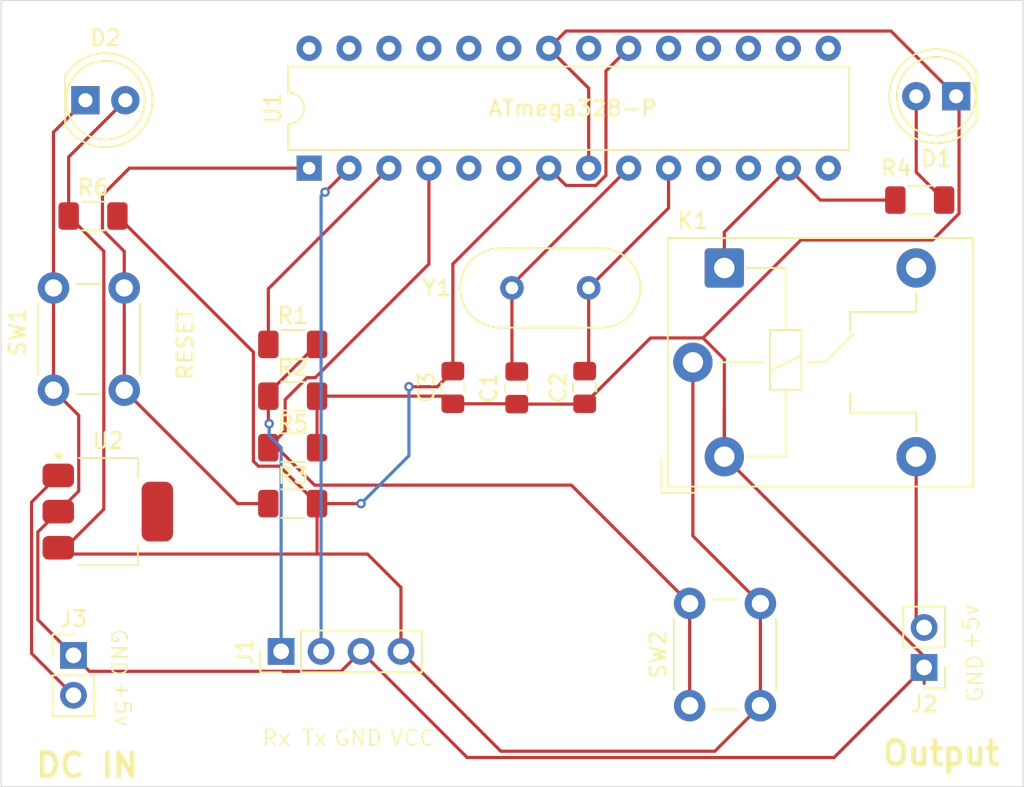
<source format=kicad_pcb>
(kicad_pcb (version 20240108) (generator "pcbnew") (generator_version "8.0")
  (layers (0 "F.Cu" signal) (31 "B.Cu" signal) (34 "B.Paste" user) (35 "F.Paste" user) (36 "B.SilkS" user "B.Silkscreen") (37 "F.SilkS" user "F.Silkscreen") (38 "B.Mask" user) (39 "F.Mask" user) (44 "Edge.Cuts" user))
  (net 0 "")
  (net 1 "Net-(U1-XTAL1{slash}PB6)")
  (net 2 "GND")
  (net 3 "Net-(U1-XTAL2{slash}PB7)")
  (net 4 "Net-(D2-A)")
  (net 5 "Net-(D1-A)")
  (net 6 "Net-(J1-Pin_1)")
  (net 7 "Net-(J1-Pin_2)")
  (net 8 "Net-(J2-Pin_2)")
  (net 9 "Net-(J3-Pin_2)")
  (net 11 "Net-(U1-PD7)")
  (net 12 "Net-(U1-PD1)")
  (net 13 "Net-(U1-~{RESET}{slash}PC6)")
  (net 14 "Net-(U1-PD2)")
  (net 32 "Net-(J1-Pin_4)")
  (footprint "Relay_THT:Relay_SPDT_Hongfa_JQC-3FF_0XX-1Z" (layer "F.Cu") (at 110.228 91.44)
    (property "Reference" "K1" (at -2 -3 0) (layer "F.SilkS"))
    (property "Value" "JQC-3FF-005-1Z")
    (fp_line (start -4 12.1) (end -4 14.3) (stroke (width 0.12)) (layer "F.SilkS"))
    (fp_line (start -4 14.3) (end -1.8 14.3) (stroke (width 0.12)) (layer "F.SilkS"))
    (fp_line (start -3.6 -1.9) (end -3.6 13.9) (stroke (width 0.12)) (layer "F.SilkS"))
    (fp_line (start -3.6 13.9) (end 15.8 13.9) (stroke (width 0.12)) (layer "F.SilkS"))
    (fp_line (start -0.4 6) (end 2.4 6) (stroke (width 0.12)) (layer "F.SilkS"))
    (fp_line (start 2.9 3.95) (end 2.9 7.75) (stroke (width 0.12)) (layer "F.SilkS"))
    (fp_line (start 2.9 7.75) (end 4.9 7.75) (stroke (width 0.12)) (layer "F.SilkS"))
    (fp_line (start 3.9 0) (end 1.4 0) (stroke (width 0.12)) (layer "F.SilkS"))
    (fp_line (start 3.9 3.95) (end 3.9 0) (stroke (width 0.12)) (layer "F.SilkS"))
    (fp_line (start 3.9 7.75) (end 3.9 12) (stroke (width 0.12)) (layer "F.SilkS"))
    (fp_line (start 3.9 12) (end 1.4 12) (stroke (width 0.12)) (layer "F.SilkS"))
    (fp_line (start 4.9 3.95) (end 2.9 3.95) (stroke (width 0.12)) (layer "F.SilkS"))
    (fp_line (start 4.9 5.55) (end 2.9 6.55) (stroke (width 0.12)) (layer "F.SilkS"))
    (fp_line (start 4.9 7.75) (end 4.9 3.95) (stroke (width 0.12)) (layer "F.SilkS"))
    (fp_line (start 6.4 6) (end 5.3 6) (stroke (width 0.12)) (layer "F.SilkS"))
    (fp_line (start 6.4 6) (end 8.2 4.2) (stroke (width 0.12)) (layer "F.SilkS"))
    (fp_line (start 8 2.8) (end 8 4) (stroke (width 0.12)) (layer "F.SilkS"))
    (fp_line (start 8 2.8) (end 12.2 2.8) (stroke (width 0.12)) (layer "F.SilkS"))
    (fp_line (start 8 9.2) (end 8 8) (stroke (width 0.12)) (layer "F.SilkS"))
    (fp_line (start 12.2 1.6) (end 12.2 2.8) (stroke (width 0.12)) (layer "F.SilkS"))
    (fp_line (start 12.2 9.2) (end 8 9.2) (stroke (width 0.12)) (layer "F.SilkS"))
    (fp_line (start 12.2 10.4) (end 12.2 9.2) (stroke (width 0.12)) (layer "F.SilkS"))
    (fp_line (start 15.8 -1.9) (end -3.6 -1.9) (stroke (width 0.12)) (layer "F.SilkS"))
    (fp_line (start 15.8 13.9) (end 15.8 -1.9) (stroke (width 0.12)) (layer "F.SilkS"))
    (pad "11" thru_hole circle (at -2 6) (size 2.5 2.5) (drill 1.3) (layers "*.Cu" "*.Mask") (net 32 "Net-(J1-Pin_4)"))
    (pad "12" thru_hole circle (at 12.2 0) (size 2.5 2.5) (drill 1.3) (layers "*.Cu" "*.Mask"))
    (pad "14" thru_hole circle (at 12.2 12) (size 2.5 2.5) (drill 1.3) (layers "*.Cu" "*.Mask") (net 8 "Net-(J2-Pin_2)"))
    (pad "A1" thru_hole roundrect (at 0 0) (size 2.5 2.5) (drill 1.3) (layers "*.Cu" "*.Mask") (roundrect_rratio 0.1) (net 11 "Net-(U1-PD7)"))
    (pad "A2" thru_hole circle (at 0 12) (size 2.5 2.5) (drill 1.3) (layers "*.Cu" "*.Mask") (net 2 "GND"))
  )
  (footprint "Package_TO_SOT_SMD:SOT-223" (layer "F.Cu") (at 71.018 106.934)
    (property "Reference" "U2" (at 0 -4.5 0) (layer "F.SilkS"))
    (property "Value" "LM7805_TO220")
    (fp_line (start -1.85 -3.41) (end 1.91 -3.41) (stroke (width 0.12)) (layer "F.SilkS"))
    (fp_line (start -1.85 3.41) (end 1.91 3.41) (stroke (width 0.12)) (layer "F.SilkS"))
    (fp_line (start 1.91 -3.41) (end 1.91 -2.15) (stroke (width 0.12)) (layer "F.SilkS"))
    (fp_line (start 1.91 3.41) (end 1.91 2.15) (stroke (width 0.12)) (layer "F.SilkS"))
    (fp_poly (pts (xy -3.13 -3.31) (xy -3.37 -3.64) (xy -2.89 -3.64) (xy -3.13 -3.31)) (stroke (width 0.12)) (fill solid) (layer "F.SilkS"))
    (pad "1" smd roundrect (at -3.15 -2.3) (size 2 1.5) (layers "F.Cu" "F.Paste" "F.Mask") (net 9 "Net-(J3-Pin_2)"))
    (pad "2" smd roundrect (at -3.15 0) (size 2 1.5) (layers "F.Cu" "F.Paste" "F.Mask") (net 2 "GND"))
    (pad "3" smd roundrect (at -3.15 2.3) (size 2 1.5) (layers "F.Cu" "F.Paste" "F.Mask") (net 32 "Net-(J1-Pin_4)"))
    (pad "4" smd roundrect (at 3.15 0) (size 2 3.8) (layers "F.Cu" "F.Paste" "F.Mask"))
  )
  (footprint "Capacitor_SMD:C_0805_2012Metric_Pad1.18x1.45mm_HandSolder" (layer "F.Cu") (at 92.964 99.0385 90)
    (property "Reference" "C3" (at 0 -1.68 90) (layer "F.SilkS"))
    (property "Value" "100n")
    (fp_line (start -0.261252 -0.735) (end 0.261252 -0.735) (stroke (width 0.12)) (layer "F.SilkS"))
    (fp_line (start -0.261252 0.735) (end 0.261252 0.735) (stroke (width 0.12)) (layer "F.SilkS"))
    (pad "1" smd roundrect (at -1.0375 0 90) (size 1.175 1.45) (layers "F.Cu" "F.Paste" "F.Mask") (roundrect_rratio 0.212766) (net 2 "GND"))
    (pad "2" smd roundrect (at 1.0375 0 90) (size 1.175 1.45) (layers "F.Cu" "F.Paste" "F.Mask") (roundrect_rratio 0.212766) (net 32 "Net-(J1-Pin_4)"))
  )
  (footprint "Connector_PinHeader_2.54mm:PinHeader_1x02_P2.54mm_Vertical" (layer "F.Cu") (at 122.936 116.845 180)
    (property "Reference" "J2" (at 0 -2.33 0) (layer "F.SilkS"))
    (property "Value" "Conn_01x02")
    (fp_line (start 1.33 1.27) (end 1.33 3.87) (stroke (width 0.12)) (layer "F.SilkS"))
    (fp_line (start -1.33 3.87) (end 1.33 3.87) (stroke (width 0.12)) (layer "F.SilkS"))
    (fp_line (start -1.33 1.27) (end 1.33 1.27) (stroke (width 0.12)) (layer "F.SilkS"))
    (fp_line (start -1.33 1.27) (end -1.33 3.87) (stroke (width 0.12)) (layer "F.SilkS"))
    (fp_line (start -1.33 0) (end -1.33 -1.33) (stroke (width 0.12)) (layer "F.SilkS"))
    (fp_line (start -1.33 -1.33) (end 0 -1.33) (stroke (width 0.12)) (layer "F.SilkS"))
    (pad "1" thru_hole rect (at 0 0 180) (size 1.7 1.7) (drill 1) (layers "*.Cu" "*.Mask") (net 2 "GND"))
    (pad "2" thru_hole oval (at 0 2.54 180) (size 1.7 1.7) (drill 1) (layers "*.Cu" "*.Mask") (net 8 "Net-(J2-Pin_2)"))
  )
  (footprint "Resistor_SMD:R_1206_3216Metric_Pad1.30x1.75mm_HandSolder" (layer "F.Cu") (at 70.078 88.138)
    (property "Reference" "R6" (at 0 -1.82 0) (layer "F.SilkS"))
    (property "Value" "330R")
    (fp_line (start -0.727064 -0.91) (end 0.727064 -0.91) (stroke (width 0.12)) (layer "F.SilkS"))
    (fp_line (start -0.727064 0.91) (end 0.727064 0.91) (stroke (width 0.12)) (layer "F.SilkS"))
    (pad "1" smd roundrect (at -1.55 0) (size 1.3 1.75) (layers "F.Cu" "F.Paste" "F.Mask") (roundrect_rratio 0.192308) (net 4 "Net-(D2-A)"))
    (pad "2" smd roundrect (at 1.55 0) (size 1.3 1.75) (layers "F.Cu" "F.Paste" "F.Mask") (roundrect_rratio 0.192308) (net 32 "Net-(J1-Pin_4)"))
  )
  (footprint "LED_THT:LED_D5.0mm" (layer "F.Cu") (at 69.596 80.772)
    (property "Reference" "D2" (at 1.27 -3.96 0) (layer "F.SilkS"))
    (property "Value" "LED")
    (fp_line (start -1.29 -1.545) (end -1.29 1.545) (stroke (width 0.12)) (layer "F.SilkS"))
    (fp_arc (start -1.29 -1.54483) (mid 2.071756 -2.880501) (end 4.26 -0.000048) (stroke (width 0.12)) (layer "F.SilkS"))
    (fp_arc (start 4.26 0.000048) (mid 2.071756 2.880501) (end -1.29 1.54483) (stroke (width 0.12)) (layer "F.SilkS"))
    (fp_circle (center 1.27 0) (end 3.77 0) (stroke (width 0.12)) (fill none) (layer "F.SilkS"))
    (pad "1" thru_hole rect (at 0 0) (size 1.8 1.8) (drill 0.9) (layers "*.Cu" "*.Mask") (net 2 "GND"))
    (pad "2" thru_hole circle (at 2.54 0) (size 1.8 1.8) (drill 0.9) (layers "*.Cu" "*.Mask") (net 4 "Net-(D2-A)"))
  )
  (footprint "Capacitor_SMD:C_0805_2012Metric_Pad1.18x1.45mm_HandSolder" (layer "F.Cu") (at 101.346 99.0385 90)
    (property "Reference" "C2" (at 0 -1.68 90) (layer "F.SilkS"))
    (property "Value" "22p")
    (fp_line (start -0.261252 -0.735) (end 0.261252 -0.735) (stroke (width 0.12)) (layer "F.SilkS"))
    (fp_line (start -0.261252 0.735) (end 0.261252 0.735) (stroke (width 0.12)) (layer "F.SilkS"))
    (pad "1" smd roundrect (at -1.0375 0 90) (size 1.175 1.45) (layers "F.Cu" "F.Paste" "F.Mask") (roundrect_rratio 0.212766) (net 2 "GND"))
    (pad "2" smd roundrect (at 1.0375 0 90) (size 1.175 1.45) (layers "F.Cu" "F.Paste" "F.Mask") (roundrect_rratio 0.212766) (net 3 "Net-(U1-XTAL2{slash}PB7)"))
  )
  (footprint "Connector_PinHeader_2.54mm:PinHeader_1x04_P2.54mm_Vertical" (layer "F.Cu") (at 82.042 115.824 90)
    (property "Reference" "J1" (at 0 -2.33 90) (layer "F.SilkS"))
    (property "Value" "Conn_01x04")
    (fp_line (start -1.33 -1.33) (end 0 -1.33) (stroke (width 0.12)) (layer "F.SilkS"))
    (fp_line (start -1.33 0) (end -1.33 -1.33) (stroke (width 0.12)) (layer "F.SilkS"))
    (fp_line (start 1.33 1.27) (end 1.33 8.95) (stroke (width 0.12)) (layer "F.SilkS"))
    (fp_line (start -1.33 1.27) (end 1.33 1.27) (stroke (width 0.12)) (layer "F.SilkS"))
    (fp_line (start -1.33 1.27) (end -1.33 8.95) (stroke (width 0.12)) (layer "F.SilkS"))
    (fp_line (start -1.33 8.95) (end 1.33 8.95) (stroke (width 0.12)) (layer "F.SilkS"))
    (pad "1" thru_hole rect (at 0 0 90) (size 1.7 1.7) (drill 1) (layers "*.Cu" "*.Mask") (net 6 "Net-(J1-Pin_1)"))
    (pad "2" thru_hole oval (at 0 2.54 90) (size 1.7 1.7) (drill 1) (layers "*.Cu" "*.Mask") (net 7 "Net-(J1-Pin_2)"))
    (pad "3" thru_hole oval (at 0 5.08 90) (size 1.7 1.7) (drill 1) (layers "*.Cu" "*.Mask") (net 2 "GND"))
    (pad "4" thru_hole oval (at 0 7.62 90) (size 1.7 1.7) (drill 1) (layers "*.Cu" "*.Mask") (net 32 "Net-(J1-Pin_4)"))
  )
  (footprint "Resistor_SMD:R_1206_3216Metric_Pad1.30x1.75mm_HandSolder" (layer "F.Cu") (at 82.778 99.592)
    (property "Reference" "R2" (at 0 -1.82 0) (layer "F.SilkS"))
    (property "Value" "2K")
    (fp_line (start -0.727064 -0.91) (end 0.727064 -0.91) (stroke (width 0.12)) (layer "F.SilkS"))
    (fp_line (start -0.727064 0.91) (end 0.727064 0.91) (stroke (width 0.12)) (layer "F.SilkS"))
    (pad "1" smd roundrect (at -1.55 0) (size 1.3 1.75) (layers "F.Cu" "F.Paste" "F.Mask") (roundrect_rratio 0.192308) (net 6 "Net-(J1-Pin_1)"))
    (pad "2" smd roundrect (at 1.55 0) (size 1.3 1.75) (layers "F.Cu" "F.Paste" "F.Mask") (roundrect_rratio 0.192308) (net 2 "GND"))
  )
  (footprint "Resistor_SMD:R_1206_3216Metric_Pad1.30x1.75mm_HandSolder" (layer "F.Cu") (at 82.778 106.426)
    (property "Reference" "R3" (at 0.026 -1.778 0) (layer "F.SilkS"))
    (property "Value" "10K")
    (fp_line (start -0.727064 -0.91) (end 0.727064 -0.91) (stroke (width 0.12)) (layer "F.SilkS"))
    (fp_line (start -0.727064 0.91) (end 0.727064 0.91) (stroke (width 0.12)) (layer "F.SilkS"))
    (pad "1" smd roundrect (at -1.55 0) (size 1.3 1.75) (layers "F.Cu" "F.Paste" "F.Mask") (roundrect_rratio 0.192308) (net 13 "Net-(U1-~{RESET}{slash}PC6)"))
    (pad "2" smd roundrect (at 1.55 0) (size 1.3 1.75) (layers "F.Cu" "F.Paste" "F.Mask") (roundrect_rratio 0.192308) (net 32 "Net-(J1-Pin_4)"))
  )
  (footprint "Resistor_SMD:R_1206_3216Metric_Pad1.30x1.75mm_HandSolder" (layer "F.Cu") (at 82.778 102.87 180)
    (property "Reference" "R5" (at -0.026 1.524 0) (layer "F.SilkS"))
    (property "Value" "10K")
    (fp_line (start -0.727064 0.91) (end 0.727064 0.91) (stroke (width 0.12)) (layer "F.SilkS"))
    (fp_line (start -0.727064 -0.91) (end 0.727064 -0.91) (stroke (width 0.12)) (layer "F.SilkS"))
    (pad "1" smd roundrect (at -1.55 0 180) (size 1.3 1.75) (layers "F.Cu" "F.Paste" "F.Mask") (roundrect_rratio 0.192308) (net 2 "GND"))
    (pad "2" smd roundrect (at 1.55 0 180) (size 1.3 1.75) (layers "F.Cu" "F.Paste" "F.Mask") (roundrect_rratio 0.192308) (net 14 "Net-(U1-PD2)"))
  )
  (footprint "Capacitor_SMD:C_0805_2012Metric_Pad1.18x1.45mm_HandSolder" (layer "F.Cu") (at 97.028 99.06 -90)
    (property "Reference" "C1" (at 0 1.778 90) (layer "F.SilkS"))
    (property "Value" "22p")
    (fp_line (start -0.261252 0.735) (end 0.261252 0.735) (stroke (width 0.12)) (layer "F.SilkS"))
    (fp_line (start -0.261252 -0.735) (end 0.261252 -0.735) (stroke (width 0.12)) (layer "F.SilkS"))
    (pad "1" smd roundrect (at -1.0375 0 270) (size 1.175 1.45) (layers "F.Cu" "F.Paste" "F.Mask") (roundrect_rratio 0.212766) (net 1 "Net-(U1-XTAL1{slash}PB6)"))
    (pad "2" smd roundrect (at 1.0375 0 270) (size 1.175 1.45) (layers "F.Cu" "F.Paste" "F.Mask") (roundrect_rratio 0.212766) (net 2 "GND"))
  )
  (footprint "LED_THT:LED_D5.0mm" (layer "F.Cu") (at 124.973 80.518 180)
    (property "Reference" "D1" (at 1.27 -3.96 0) (layer "F.SilkS"))
    (property "Value" "LED")
    (fp_line (start -1.29 -1.545) (end -1.29 1.545) (stroke (width 0.12)) (layer "F.SilkS"))
    (fp_arc (start 4.26 0.000048) (mid 2.071756 2.880501) (end -1.29 1.54483) (stroke (width 0.12)) (layer "F.SilkS"))
    (fp_arc (start -1.29 -1.54483) (mid 2.071756 -2.880501) (end 4.26 -0.000048) (stroke (width 0.12)) (layer "F.SilkS"))
    (fp_circle (center 1.27 0) (end 3.77 0) (stroke (width 0.12)) (fill none) (layer "F.SilkS"))
    (pad "1" thru_hole rect (at 0 0 180) (size 1.8 1.8) (drill 0.9) (layers "*.Cu" "*.Mask") (net 2 "GND"))
    (pad "2" thru_hole circle (at 2.54 0 180) (size 1.8 1.8) (drill 0.9) (layers "*.Cu" "*.Mask") (net 5 "Net-(D1-A)"))
  )
  (footprint "Resistor_SMD:R_1206_3216Metric_Pad1.30x1.75mm_HandSolder" (layer "F.Cu") (at 82.778 96.302)
    (property "Reference" "R1" (at 0 -1.82 0) (layer "F.SilkS"))
    (property "Value" "1K")
    (fp_line (start -0.727064 -0.91) (end 0.727064 -0.91) (stroke (width 0.12)) (layer "F.SilkS"))
    (fp_line (start -0.727064 0.91) (end 0.727064 0.91) (stroke (width 0.12)) (layer "F.SilkS"))
    (pad "1" smd roundrect (at -1.55 0) (size 1.3 1.75) (layers "F.Cu" "F.Paste" "F.Mask") (roundrect_rratio 0.192308) (net 12 "Net-(U1-PD1)"))
    (pad "2" smd roundrect (at 1.55 0) (size 1.3 1.75) (layers "F.Cu" "F.Paste" "F.Mask") (roundrect_rratio 0.192308) (net 6 "Net-(J1-Pin_1)"))
  )
  (footprint "Resistor_SMD:R_1206_3216Metric_Pad1.30x1.75mm_HandSolder" (layer "F.Cu") (at 122.656 87.122)
    (property "Reference" "R4" (at -1.498 -2.032 0) (layer "F.SilkS"))
    (property "Value" "330R")
    (fp_line (start -0.727064 -0.91) (end 0.727064 -0.91) (stroke (width 0.12)) (layer "F.SilkS"))
    (fp_line (start -0.727064 0.91) (end 0.727064 0.91) (stroke (width 0.12)) (layer "F.SilkS"))
    (pad "1" smd roundrect (at -1.55 0) (size 1.3 1.75) (layers "F.Cu" "F.Paste" "F.Mask") (roundrect_rratio 0.192308) (net 11 "Net-(U1-PD7)"))
    (pad "2" smd roundrect (at 1.55 0) (size 1.3 1.75) (layers "F.Cu" "F.Paste" "F.Mask") (roundrect_rratio 0.192308) (net 5 "Net-(D1-A)"))
  )
  (footprint "Button_Switch_THT:SW_PUSH_6mm" (layer "F.Cu") (at 72.064 92.71 -90)
    (property "Reference" "SW1" (at 2.794 6.786 90) (layer "F.SilkS"))
    (property "Value" "SW_Push")
    (fp_line (start 1 5.5) (end 5.5 5.5) (stroke (width 0.12)) (layer "F.SilkS"))
    (fp_line (start 6.75 3) (end 6.75 1.5) (stroke (width 0.12)) (layer "F.SilkS"))
    (fp_line (start -0.25 1.5) (end -0.25 3) (stroke (width 0.12)) (layer "F.SilkS"))
    (fp_line (start 5.5 -1) (end 1 -1) (stroke (width 0.12)) (layer "F.SilkS"))
    (pad "1" thru_hole circle (at 0 0) (size 2 2) (drill 1.1) (layers "*.Cu" "*.Mask") (net 13 "Net-(U1-~{RESET}{slash}PC6)"))
    (pad "1" thru_hole circle (at 6.5 0) (size 2 2) (drill 1.1) (layers "*.Cu" "*.Mask") (net 13 "Net-(U1-~{RESET}{slash}PC6)"))
    (pad "2" thru_hole circle (at 0 4.5) (size 2 2) (drill 1.1) (layers "*.Cu" "*.Mask") (net 2 "GND"))
    (pad "2" thru_hole circle (at 6.5 4.5) (size 2 2) (drill 1.1) (layers "*.Cu" "*.Mask") (net 2 "GND"))
  )
  (footprint "Crystal:Crystal_HC49-4H_Vertical" (layer "F.Cu") (at 101.6 92.71 180)
    (property "Reference" "Y1" (at 9.652 0 0) (layer "F.SilkS"))
    (property "Value" "16MHz Crystal")
    (fp_line (start -0.76 2.525) (end 5.64 2.525) (stroke (width 0.12)) (layer "F.SilkS"))
    (fp_line (start -0.76 -2.525) (end 5.64 -2.525) (stroke (width 0.12)) (layer "F.SilkS"))
    (fp_arc (start 5.64 -2.525) (mid 8.165 0) (end 5.64 2.525) (stroke (width 0.12)) (layer "F.SilkS"))
    (fp_arc (start -0.76 2.525) (mid -3.285 0) (end -0.76 -2.525) (stroke (width 0.12)) (layer "F.SilkS"))
    (pad "1" thru_hole circle (at 0 0 180) (size 1.5 1.5) (drill 0.8) (layers "*.Cu" "*.Mask") (net 3 "Net-(U1-XTAL2{slash}PB7)"))
    (pad "2" thru_hole circle (at 4.88 0 180) (size 1.5 1.5) (drill 0.8) (layers "*.Cu" "*.Mask") (net 1 "Net-(U1-XTAL1{slash}PB6)"))
  )
  (footprint "Button_Switch_THT:SW_PUSH_6mm" (layer "F.Cu") (at 108.022 119.276 90)
    (property "Reference" "SW2" (at 3.25 -2 90) (layer "F.SilkS"))
    (property "Value" "SW_Push")
    (fp_line (start 5.5 -1) (end 1 -1) (stroke (width 0.12)) (layer "F.SilkS"))
    (fp_line (start -0.25 1.5) (end -0.25 3) (stroke (width 0.12)) (layer "F.SilkS"))
    (fp_line (start 6.75 3) (end 6.75 1.5) (stroke (width 0.12)) (layer "F.SilkS"))
    (fp_line (start 1 5.5) (end 5.5 5.5) (stroke (width 0.12)) (layer "F.SilkS"))
    (pad "1" thru_hole circle (at 0 0 180) (size 2 2) (drill 1.1) (layers "*.Cu" "*.Mask") (net 14 "Net-(U1-PD2)"))
    (pad "1" thru_hole circle (at 6.5 0 180) (size 2 2) (drill 1.1) (layers "*.Cu" "*.Mask") (net 14 "Net-(U1-PD2)"))
    (pad "2" thru_hole circle (at 0 4.5 180) (size 2 2) (drill 1.1) (layers "*.Cu" "*.Mask") (net 32 "Net-(J1-Pin_4)"))
    (pad "2" thru_hole circle (at 6.5 4.5 180) (size 2 2) (drill 1.1) (layers "*.Cu" "*.Mask") (net 32 "Net-(J1-Pin_4)"))
  )
  (footprint "Connector_PinHeader_2.54mm:PinHeader_1x02_P2.54mm_Vertical" (layer "F.Cu") (at 68.834 116.078)
    (property "Reference" "J3" (at 0 -2.33 0) (layer "F.SilkS"))
    (property "Value" "Conn_01x02")
    (fp_line (start -1.33 -1.33) (end 0 -1.33) (stroke (width 0.12)) (layer "F.SilkS"))
    (fp_line (start -1.33 0) (end -1.33 -1.33) (stroke (width 0.12)) (layer "F.SilkS"))
    (fp_line (start -1.33 1.27) (end -1.33 3.87) (stroke (width 0.12)) (layer "F.SilkS"))
    (fp_line (start -1.33 1.27) (end 1.33 1.27) (stroke (width 0.12)) (layer "F.SilkS"))
    (fp_line (start -1.33 3.87) (end 1.33 3.87) (stroke (width 0.12)) (layer "F.SilkS"))
    (fp_line (start 1.33 1.27) (end 1.33 3.87) (stroke (width 0.12)) (layer "F.SilkS"))
    (pad "1" thru_hole rect (at 0 0) (size 1.7 1.7) (drill 1) (layers "*.Cu" "*.Mask") (net 2 "GND"))
    (pad "2" thru_hole oval (at 0 2.54) (size 1.7 1.7) (drill 1) (layers "*.Cu" "*.Mask") (net 9 "Net-(J3-Pin_2)"))
  )
  (footprint "Package_DIP:DIP-28_W7.62mm" (layer "F.Cu") (at 83.82 85.09 90)
    (property "Reference" "U1" (at 3.81 -2.33 90) (layer "F.SilkS"))
    (property "Value" "ATmega328-P")
    (fp_line (start 6.46 -1.33) (end 4.81 -1.33) (stroke (width 0.12)) (layer "F.SilkS"))
    (fp_line (start 2.81 -1.33) (end 1.16 -1.33) (stroke (width 0.12)) (layer "F.SilkS"))
    (fp_line (start 1.16 -1.33) (end 1.16 34.35) (stroke (width 0.12)) (layer "F.SilkS"))
    (fp_line (start 6.46 34.35) (end 6.46 -1.33) (stroke (width 0.12)) (layer "F.SilkS"))
    (fp_line (start 1.16 34.35) (end 6.46 34.35) (stroke (width 0.12)) (layer "F.SilkS"))
    (fp_arc (start 4.81 -1.33) (mid 3.81 -0.33) (end 2.81 -1.33) (stroke (width 0.12)) (layer "F.SilkS"))
    (pad "1" thru_hole rect (at 0 0 90) (size 1.6 1.6) (drill 0.8) (layers "*.Cu" "*.Mask") (net 13 "Net-(U1-~{RESET}{slash}PC6)"))
    (pad "2" thru_hole oval (at 0 2.54 90) (size 1.6 1.6) (drill 0.8) (layers "*.Cu" "*.Mask") (net 7 "Net-(J1-Pin_2)"))
    (pad "3" thru_hole oval (at 0 5.08 90) (size 1.6 1.6) (drill 0.8) (layers "*.Cu" "*.Mask") (net 12 "Net-(U1-PD1)"))
    (pad "4" thru_hole oval (at 0 7.62 90) (size 1.6 1.6) (drill 0.8) (layers "*.Cu" "*.Mask") (net 14 "Net-(U1-PD2)"))
    (pad "5" thru_hole oval (at 0 10.16 90) (size 1.6 1.6) (drill 0.8) (layers "*.Cu" "*.Mask"))
    (pad "6" thru_hole oval (at 0 12.7 90) (size 1.6 1.6) (drill 0.8) (layers "*.Cu" "*.Mask"))
    (pad "7" thru_hole oval (at 0 15.24 90) (size 1.6 1.6) (drill 0.8) (layers "*.Cu" "*.Mask") (net 32 "Net-(J1-Pin_4)"))
    (pad "8" thru_hole oval (at 0 17.78 90) (size 1.6 1.6) (drill 0.8) (layers "*.Cu" "*.Mask") (net 2 "GND"))
    (pad "9" thru_hole oval (at 0 20.32 90) (size 1.6 1.6) (drill 0.8) (layers "*.Cu" "*.Mask") (net 1 "Net-(U1-XTAL1{slash}PB6)"))
    (pad "10" thru_hole oval (at 0 22.86 90) (size 1.6 1.6) (drill 0.8) (layers "*.Cu" "*.Mask") (net 3 "Net-(U1-XTAL2{slash}PB7)"))
    (pad "11" thru_hole oval (at 0 25.4 90) (size 1.6 1.6) (drill 0.8) (layers "*.Cu" "*.Mask"))
    (pad "12" thru_hole oval (at 0 27.94 90) (size 1.6 1.6) (drill 0.8) (layers "*.Cu" "*.Mask"))
    (pad "13" thru_hole oval (at 0 30.48 90) (size 1.6 1.6) (drill 0.8) (layers "*.Cu" "*.Mask") (net 11 "Net-(U1-PD7)"))
    (pad "14" thru_hole oval (at 0 33.02 90) (size 1.6 1.6) (drill 0.8) (layers "*.Cu" "*.Mask"))
    (pad "15" thru_hole oval (at 7.62 33.02 90) (size 1.6 1.6) (drill 0.8) (layers "*.Cu" "*.Mask"))
    (pad "16" thru_hole oval (at 7.62 30.48 90) (size 1.6 1.6) (drill 0.8) (layers "*.Cu" "*.Mask"))
    (pad "17" thru_hole oval (at 7.62 27.94 90) (size 1.6 1.6) (drill 0.8) (layers "*.Cu" "*.Mask"))
    (pad "18" thru_hole oval (at 7.62 25.4 90) (size 1.6 1.6) (drill 0.8) (layers "*.Cu" "*.Mask"))
    (pad "19" thru_hole oval (at 7.62 22.86 90) (size 1.6 1.6) (drill 0.8) (layers "*.Cu" "*.Mask"))
    (pad "20" thru_hole oval (at 7.62 20.32 90) (size 1.6 1.6) (drill 0.8) (layers "*.Cu" "*.Mask") (net 32 "Net-(J1-Pin_4)"))
    (pad "21" thru_hole oval (at 7.62 17.78 90) (size 1.6 1.6) (drill 0.8) (layers "*.Cu" "*.Mask"))
    (pad "22" thru_hole oval (at 7.62 15.24 90) (size 1.6 1.6) (drill 0.8) (layers "*.Cu" "*.Mask") (net 2 "GND"))
    (pad "23" thru_hole oval (at 7.62 12.7 90) (size 1.6 1.6) (drill 0.8) (layers "*.Cu" "*.Mask"))
    (pad "24" thru_hole oval (at 7.62 10.16 90) (size 1.6 1.6) (drill 0.8) (layers "*.Cu" "*.Mask"))
    (pad "25" thru_hole oval (at 7.62 7.62 90) (size 1.6 1.6) (drill 0.8) (layers "*.Cu" "*.Mask"))
    (pad "26" thru_hole oval (at 7.62 5.08 90) (size 1.6 1.6) (drill 0.8) (layers "*.Cu" "*.Mask"))
    (pad "27" thru_hole oval (at 7.62 2.54 90) (size 1.6 1.6) (drill 0.8) (layers "*.Cu" "*.Mask"))
    (pad "28" thru_hole oval (at 7.62 0 90) (size 1.6 1.6) (drill 0.8) (layers "*.Cu" "*.Mask"))
  )
  (gr_rect (start 64.234 74.422) (end 129.234 124.422) (stroke (width 0.05)) (fill none) (layer "Edge.Cuts"))
  (gr_text "Output\n" (at 120.142 123.19 0) (layer "F.SilkS") (effects (font (size 1.5 1.5) (thickness 0.3) (bold yes)) (justify left bottom)))
  (gr_text "VCC\n" (at 88.9 121.92 0) (layer "F.SilkS") (effects (font (size 1 1) (thickness 0.1)) (justify left bottom)))
  (gr_text "+5v\n" (at 126.492 115.824 90) (layer "F.SilkS") (effects (font (size 1 1) (thickness 0.1)) (justify left bottom)))
  (gr_text "GND" (at 71.12 114.3 -90) (layer "F.SilkS") (effects (font (size 1 1) (thickness 0.1)) (justify left bottom)))
  (gr_text "GND" (at 126.746 119.126 90) (layer "F.SilkS") (effects (font (size 1 1) (thickness 0.1)) (justify left bottom)))
  (gr_text "Tx" (at 83.312 121.92 0) (layer "F.SilkS") (effects (font (size 1 1) (thickness 0.1)) (justify left bottom)))
  (gr_text "RESET\n" (at 75.946 96.266 90) (layer "F.SilkS") (effects (font (size 1 1))))
  (gr_text "Rx\n" (at 80.772 121.92 0) (layer "F.SilkS") (effects (font (size 1 1) (thickness 0.1)) (justify left bottom)))
  (gr_text "ATmega328-P" (at 100.584 81.28 0) (layer "F.SilkS") (effects (font (size 1 1))))
  (gr_text "+5v\n" (at 71.374 117.602 -90) (layer "F.SilkS") (effects (font (size 1 1) (thickness 0.1)) (justify left bottom)))
  (gr_text "DC IN" (at 66.294 123.952 0) (layer "F.SilkS") (effects (font (size 1.5 1.5) (thickness 0.3) (bold yes)) (justify left bottom)))
  (gr_text "GND" (at 85.344 121.92 0) (layer "F.SilkS") (effects (font (size 1 1) (thickness 0.1)) (justify left bottom)))
  (segment (start 96.72 92.51) (end 96.72 92.71) (width 0.2) (layer "F.Cu") (net 1))
  (segment (start 104.14 85.09) (end 96.72 92.51) (width 0.2) (layer "F.Cu") (net 1))
  (segment (start 96.72 97.7145) (end 97.028 98.0225) (width 0.2) (layer "F.Cu") (net 1))
  (segment (start 96.72 92.71) (end 96.72 97.7145) (width 0.2) (layer "F.Cu") (net 1))
  (segment (start 124.973 80.518) (end 125.156 80.701) (width 0.2) (layer "F.Cu") (net 2))
  (segment (start 67.564 92.71) (end 67.564 99.21) (width 0.2) (layer "F.Cu") (net 2))
  (segment (start 69.85 117.094) (end 85.852 117.094) (width 0.2) (layer "F.Cu") (net 2))
  (segment (start 108.870032 95.89) (end 110.228 97.247968) (width 0.2) (layer "F.Cu") (net 2))
  (segment (start 69.168 105.634) (end 69.168 100.814) (width 0.2) (layer "F.Cu") (net 2))
  (segment (start 120.825 76.37) (end 124.973 80.518) (width 0.2) (layer "F.Cu") (net 2))
  (segment (start 101.346 100.076) (end 101.6 100.076) (width 0.2) (layer "F.Cu") (net 2))
  (segment (start 122.936 117.856) (end 122.936 116.845) (width 0.2) (layer "F.Cu") (net 2))
  (segment (start 125.156 87.981744) (end 123.475744 89.662) (width 0.2) (layer "F.Cu") (net 2))
  (segment (start 66.568 108.234) (end 66.568 113.812) (width 0.2) (layer "F.Cu") (net 2))
  (segment (start 101.346 100.076) (end 105.532 95.89) (width 0.2) (layer "F.Cu") (net 2))
  (segment (start 84.328 99.592) (end 84.328 102.87) (width 0.2) (layer "F.Cu") (net 2))
  (segment (start 66.568 113.812) (end 68.834 116.078) (width 0.2) (layer "F.Cu") (net 2))
  (segment (start 68.834 116.078) (end 69.85 117.094) (width 0.2) (layer "F.Cu") (net 2))
  (segment (start 115.098032 89.662) (end 108.870032 95.89) (width 0.2) (layer "F.Cu") (net 2))
  (segment (start 110.228 103.44) (end 110.228 100.404) (width 0.2) (layer "F.Cu") (net 2))
  (segment (start 92.964 100.076) (end 97.0065 100.076) (width 0.2) (layer "F.Cu") (net 2))
  (segment (start 101.6 80.01) (end 99.06 77.47) (width 0.2) (layer "F.Cu") (net 2))
  (segment (start 110.228 103.44) (end 122.936 116.148) (width 0.2) (layer "F.Cu") (net 2))
  (segment (start 69.168 100.814) (end 67.564 99.21) (width 0.2) (layer "F.Cu") (net 2))
  (segment (start 117.207 122.574) (end 122.936 116.845) (width 0.2) (layer "F.Cu") (net 2))
  (segment (start 69.596 80.772) (end 67.564 82.804) (width 0.2) (layer "F.Cu") (net 2))
  (segment (start 67.868 106.934) (end 66.568 108.234) (width 0.2) (layer "F.Cu") (net 2))
  (segment (start 67.868 106.934) (end 69.168 105.634) (width 0.2) (layer "F.Cu") (net 2))
  (segment (start 101.3245 100.0975) (end 101.346 100.076) (width 0.2) (layer "F.Cu") (net 2))
  (segment (start 105.532 95.89) (end 108.870032 95.89) (width 0.2) (layer "F.Cu") (net 2))
  (segment (start 84.328 99.592) (end 92.48 99.592) (width 0.2) (layer "F.Cu") (net 2))
  (segment (start 93.872 122.574) (end 117.207 122.574) (width 0.2) (layer "F.Cu") (net 2))
  (segment (start 100.16 76.37) (end 120.825 76.37) (width 0.2) (layer "F.Cu") (net 2))
  (segment (start 85.852 117.094) (end 87.122 115.824) (width 0.2) (layer "F.Cu") (net 2))
  (segment (start 67.564 82.804) (end 67.564 92.71) (width 0.2) (layer "F.Cu") (net 2))
  (segment (start 122.936 116.148) (end 122.936 116.845) (width 0.2) (layer "F.Cu") (net 2))
  (segment (start 87.122 115.824) (end 93.872 122.574) (width 0.2) (layer "F.Cu") (net 2))
  (segment (start 125.156 80.701) (end 125.156 87.981744) (width 0.2) (layer "F.Cu") (net 2))
  (segment (start 92.48 99.592) (end 92.964 100.076) (width 0.2) (layer "F.Cu") (net 2))
  (segment (start 123.475744 89.662) (end 115.098032 89.662) (width 0.2) (layer "F.Cu") (net 2))
  (segment (start 97.0065 100.076) (end 97.028 100.0975) (width 0.2) (layer "F.Cu") (net 2))
  (segment (start 97.028 100.0975) (end 101.3245 100.0975) (width 0.2) (layer "F.Cu") (net 2))
  (segment (start 110.228 97.247968) (end 110.228 103.44) (width 0.2) (layer "F.Cu") (net 2))
  (segment (start 99.06 77.47) (end 100.16 76.37) (width 0.2) (layer "F.Cu") (net 2))
  (segment (start 101.6 85.09) (end 101.6 80.01) (width 0.2) (layer "F.Cu") (net 2))
  (segment (start 101.6 97.747) (end 101.346 98.001) (width 0.2) (layer "F.Cu") (net 3))
  (segment (start 101.6 92.71) (end 106.68 87.63) (width 0.2) (layer "F.Cu") (net 3))
  (segment (start 106.68 87.63) (end 106.68 85.09) (width 0.2) (layer "F.Cu") (net 3))
  (segment (start 101.6 92.71) (end 101.6 97.747) (width 0.2) (layer "F.Cu") (net 3))
  (segment (start 67.868 109.234) (end 68.312 109.234) (width 0.2) (layer "F.Cu") (net 4))
  (segment (start 68.528 88.138) (end 70.764 90.374) (width 0.2) (layer "F.Cu") (net 4))
  (segment (start 68.528 84.38) (end 68.528 88.138) (width 0.2) (layer "F.Cu") (net 4))
  (segment (start 68.312 109.234) (end 70.764 106.782) (width 0.2) (layer "F.Cu") (net 4))
  (segment (start 72.136 80.772) (end 68.528 84.38) (width 0.2) (layer "F.Cu") (net 4))
  (segment (start 70.764 106.782) (end 70.764 90.374) (width 0.2) (layer "F.Cu") (net 4))
  (segment (start 122.433 80.518) (end 122.433 85.349) (width 0.2) (layer "F.Cu") (net 5))
  (segment (start 122.433 85.349) (end 124.206 87.122) (width 0.2) (layer "F.Cu") (net 5))
  (segment (start 81.228 99.592) (end 81.228 99.402) (width 0.2) (layer "F.Cu") (net 6))
  (segment (start 81.228 101.294) (end 81.28 101.346) (width 0.2) (layer "F.Cu") (net 6))
  (segment (start 81.228 99.592) (end 81.228 101.294) (width 0.2) (layer "F.Cu") (net 6))
  (segment (start 81.228 99.402) (end 84.328 96.302) (width 0.2) (layer "F.Cu") (net 6))
  (via (at 81.28 101.346) (size 0.6) (drill 0.3) (layers "F.Cu" "B.Cu") (net 6))
  (segment (start 81.28 101.346) (end 81.28 102.108) (width 0.2) (layer "B.Cu") (net 6))
  (segment (start 82.042 102.87) (end 82.042 115.824) (width 0.2) (layer "B.Cu") (net 6))
  (segment (start 81.28 102.108) (end 82.042 102.87) (width 0.2) (layer "B.Cu") (net 6))
  (segment (start 86.36 85.09) (end 84.836 86.614) (width 0.2) (layer "F.Cu") (net 7))
  (via (at 84.836 86.614) (size 0.6) (drill 0.3) (layers "F.Cu" "B.Cu") (net 7))
  (segment (start 84.836 86.614) (end 84.582 86.868) (width 0.2) (layer "B.Cu") (net 7))
  (segment (start 84.582 86.868) (end 84.582 115.824) (width 0.2) (layer "B.Cu") (net 7))
  (segment (start 122.428 113.797) (end 122.936 114.305) (width 0.2) (layer "F.Cu") (net 8))
  (segment (start 122.428 103.44) (end 122.428 113.797) (width 0.2) (layer "F.Cu") (net 8))
  (segment (start 67.868 104.634) (end 66.168 106.334) (width 0.2) (layer "F.Cu") (net 9))
  (segment (start 66.168 106.334) (end 66.168 115.952) (width 0.2) (layer "F.Cu") (net 9))
  (segment (start 66.168 115.952) (end 68.834 118.618) (width 0.2) (layer "F.Cu") (net 9))
  (segment (start 116.332 87.122) (end 114.3 85.09) (width 0.2) (layer "F.Cu") (net 11))
  (segment (start 121.106 87.122) (end 116.332 87.122) (width 0.2) (layer "F.Cu") (net 11))
  (segment (start 110.228 89.162) (end 114.3 85.09) (width 0.2) (layer "F.Cu") (net 11))
  (segment (start 110.228 91.44) (end 110.228 89.162) (width 0.2) (layer "F.Cu") (net 11))
  (segment (start 81.228 96.302) (end 81.228 92.762) (width 0.2) (layer "F.Cu") (net 12))
  (segment (start 81.228 92.762) (end 88.9 85.09) (width 0.2) (layer "F.Cu") (net 12))
  (segment (start 72.064 90.383744) (end 70.678 88.997744) (width 0.2) (layer "F.Cu") (net 13))
  (segment (start 72.064 92.71) (end 72.064 90.383744) (width 0.2) (layer "F.Cu") (net 13))
  (segment (start 72.064 99.21) (end 79.28 106.426) (width 0.2) (layer "F.Cu") (net 13))
  (segment (start 70.678 88.997744) (end 70.678 86.802) (width 0.2) (layer "F.Cu") (net 13))
  (segment (start 72.064 92.71) (end 72.064 99.21) (width 0.2) (layer "F.Cu") (net 13))
  (segment (start 70.678 86.802) (end 72.39 85.09) (width 0.2) (layer "F.Cu") (net 13))
  (segment (start 72.39 85.09) (end 83.82 85.09) (width 0.2) (layer "F.Cu") (net 13))
  (segment (start 79.28 106.426) (end 81.228 106.426) (width 0.2) (layer "F.Cu") (net 13))
  (segment (start 82.296 101.802) (end 81.228 102.87) (width 0.2) (layer "F.Cu") (net 14))
  (segment (start 84.169 105.251) (end 81.788 102.87) (width 0.2) (layer "F.Cu") (net 14))
  (segment (start 108.022 112.776) (end 108.022 119.276) (width 0.2) (layer "F.Cu") (net 14))
  (segment (start 82.296 99.814256) (end 82.296 101.802) (width 0.2) (layer "F.Cu") (net 14))
  (segment (start 100.497 105.251) (end 84.169 105.251) (width 0.2) (layer "F.Cu") (net 14))
  (segment (start 108.022 112.776) (end 100.497 105.251) (width 0.2) (layer "F.Cu") (net 14))
  (segment (start 83.693256 98.417) (end 82.296 99.814256) (width 0.2) (layer "F.Cu") (net 14))
  (segment (start 91.44 91.186) (end 84.209 98.417) (width 0.2) (layer "F.Cu") (net 14))
  (segment (start 91.44 85.09) (end 91.44 91.186) (width 0.2) (layer "F.Cu") (net 14))
  (segment (start 84.209 98.417) (end 83.693256 98.417) (width 0.2) (layer "F.Cu") (net 14))
  (segment (start 81.788 102.87) (end 81.228 102.87) (width 0.2) (layer "F.Cu") (net 14))
  (segment (start 84.328 106.426) (end 84.328 109.634) (width 0.2) (layer "F.Cu") (net 32))
  (segment (start 80.278 96.788) (end 80.278 103.729744) (width 0.2) (layer "F.Cu") (net 32))
  (segment (start 92.964 98.001) (end 92.964 91.186) (width 0.2) (layer "F.Cu") (net 32))
  (segment (start 91.973 98.992) (end 92.681158 98.283842) (width 0.2) (layer "F.Cu") (net 32))
  (segment (start 87.536 109.634) (end 89.662 111.76) (width 0.2) (layer "F.Cu") (net 32))
  (segment (start 84.328 106.426) (end 87.122 106.426) (width 0.2) (layer "F.Cu") (net 32))
  (segment (start 100.16 86.19) (end 99.342843 85.372843) (width 0.2) (layer "F.Cu") (net 32))
  (segment (start 104.14 77.47) (end 102.7 78.91) (width 0.2) (layer "F.Cu") (net 32))
  (segment (start 90.17 98.992) (end 91.973 98.992) (width 0.2) (layer "F.Cu") (net 32))
  (segment (start 108.228 108.482) (end 112.522 112.776) (width 0.2) (layer "F.Cu") (net 32))
  (segment (start 108.228 97.44) (end 108.228 108.482) (width 0.2) (layer "F.Cu") (net 32))
  (segment (start 89.662 115.824) (end 96.012 122.174) (width 0.2) (layer "F.Cu") (net 32))
  (segment (start 109.624 122.174) (end 112.522 119.276) (width 0.2) (layer "F.Cu") (net 32))
  (segment (start 112.522 112.776) (end 112.522 119.276) (width 0.2) (layer "F.Cu") (net 32))
  (segment (start 68.146314 109.634) (end 84.328 109.634) (width 0.2) (layer "F.Cu") (net 32))
  (segment (start 102.7 78.91) (end 102.7 85.545635) (width 0.2) (layer "F.Cu") (net 32))
  (segment (start 89.662 111.76) (end 89.662 115.824) (width 0.2) (layer "F.Cu") (net 32))
  (segment (start 102.055635 86.19) (end 100.16 86.19) (width 0.2) (layer "F.Cu") (net 32))
  (segment (start 102.7 85.545635) (end 102.055635 86.19) (width 0.2) (layer "F.Cu") (net 32))
  (segment (start 96.012 122.174) (end 109.624 122.174) (width 0.2) (layer "F.Cu") (net 32))
  (segment (start 80.278 103.729744) (end 80.593256 104.045) (width 0.2) (layer "F.Cu") (net 32))
  (segment (start 84.328 109.634) (end 87.536 109.634) (width 0.2) (layer "F.Cu") (net 32))
  (segment (start 71.628 88.138) (end 80.278 96.788) (width 0.2) (layer "F.Cu") (net 32))
  (segment (start 81.947 104.045) (end 84.328 106.426) (width 0.2) (layer "F.Cu") (net 32))
  (segment (start 92.964 91.186) (end 98.777157 85.372843) (width 0.2) (layer "F.Cu") (net 32))
  (segment (start 80.593256 104.045) (end 81.947 104.045) (width 0.2) (layer "F.Cu") (net 32))
  (via (at 87.122 106.426) (size 0.6) (drill 0.3) (layers "F.Cu" "B.Cu") (net 32))
  (via (at 90.17 98.992) (size 0.6) (drill 0.3) (layers "F.Cu" "B.Cu") (net 32))
  (segment (start 87.122 106.426) (end 90.17 103.378) (width 0.2) (layer "B.Cu") (net 32))
  (segment (start 90.17 103.378) (end 90.17 98.992) (width 0.2) (layer "B.Cu") (net 32))
)
</source>
